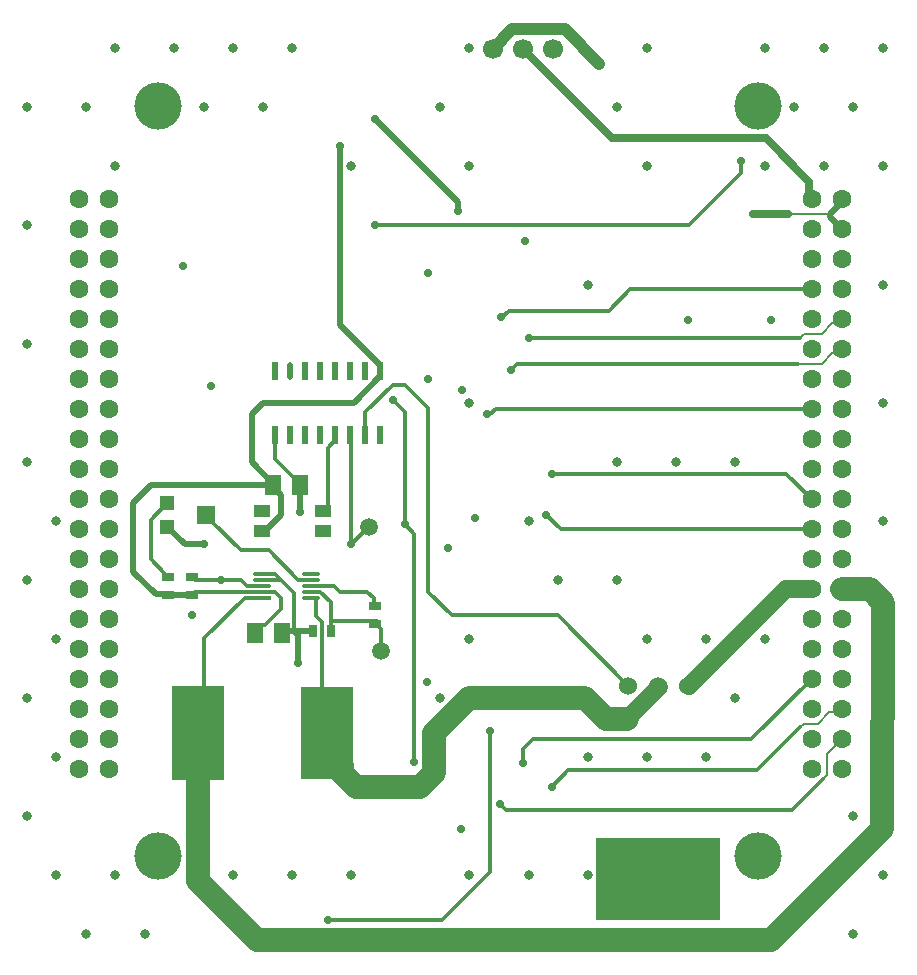
<source format=gbr>
%TF.GenerationSoftware,Altium Limited,Altium Designer,23.3.1 (30)*%
G04 Layer_Physical_Order=4*
G04 Layer_Color=16711680*
%FSLAX45Y45*%
%MOMM*%
%TF.SameCoordinates,CA382BF2-D798-45FE-BEC5-AB2A3CF063FF*%
%TF.FilePolarity,Positive*%
%TF.FileFunction,Copper,L4,Bot,Signal*%
%TF.Part,Single*%
G01*
G75*
%TA.AperFunction,SMDPad,CuDef*%
%ADD10R,0.80000X1.00000*%
%ADD12R,1.00000X0.80000*%
%ADD13R,1.40000X1.70000*%
%TA.AperFunction,Conductor*%
%ADD19C,0.30000*%
%ADD20C,0.50000*%
%ADD21C,0.70000*%
%ADD22C,1.00000*%
%TA.AperFunction,ComponentPad*%
%ADD23C,1.70000*%
%ADD24C,1.52400*%
%TA.AperFunction,ViaPad*%
%ADD26C,4.00000*%
%ADD27C,0.70000*%
%ADD28C,0.80000*%
%TA.AperFunction,SMDPad,CuDef*%
%ADD29C,1.50000*%
%ADD30R,1.45000X1.00000*%
%ADD31R,4.50100X7.90000*%
%ADD32R,4.50000X8.05180*%
%ADD33R,10.49020X7.01040*%
%ADD34R,0.53340X1.49860*%
%ADD35O,0.53340X1.49860*%
G04:AMPARAMS|DCode=36|XSize=1.5565mm|YSize=0.35mm|CornerRadius=0.175mm|HoleSize=0mm|Usage=FLASHONLY|Rotation=0.000|XOffset=0mm|YOffset=0mm|HoleType=Round|Shape=RoundedRectangle|*
%AMROUNDEDRECTD36*
21,1,1.55650,0.00000,0,0,0.0*
21,1,1.20651,0.35000,0,0,0.0*
1,1,0.35000,0.60326,0.00000*
1,1,0.35000,-0.60326,0.00000*
1,1,0.35000,-0.60326,0.00000*
1,1,0.35000,0.60326,0.00000*
%
%ADD36ROUNDEDRECTD36*%
%ADD37R,1.55650X0.35000*%
%ADD38R,1.20000X1.20000*%
%ADD39R,1.50000X1.60000*%
%TA.AperFunction,Conductor*%
%ADD40C,2.00000*%
%ADD41C,1.50000*%
%ADD42C,0.20000*%
%TA.AperFunction,ComponentPad*%
%ADD43C,1.60020*%
D10*
X8574325Y5564874D02*
D03*
X8424325D02*
D03*
D12*
X7200000Y5875000D02*
D03*
Y6025000D02*
D03*
X8950000Y5625000D02*
D03*
Y5775000D02*
D03*
X7400000Y5875000D02*
D03*
Y6025000D02*
D03*
D13*
X7935700Y5550000D02*
D03*
X8164300D02*
D03*
X8085700Y6800000D02*
D03*
X8314300D02*
D03*
D19*
X8264300Y5564300D02*
Y5885700D01*
X9282000Y4457930D02*
Y6391355D01*
X9203354Y6470000D02*
X9282000Y6391355D01*
X9203354Y6470000D02*
Y7420000D01*
X10400000Y6550000D02*
X10521374Y6428626D01*
X12644626D01*
X12188041Y4388041D02*
X12550000Y4750000D01*
X10588041Y4388041D02*
X12188041D01*
X10450000Y4250000D02*
X10588041Y4388041D01*
X8450000Y5695826D02*
X8500819Y5645008D01*
Y4744011D02*
Y5645008D01*
Y4744011D02*
X8544830Y4700000D01*
X7816765Y6000000D02*
X7866765Y5950000D01*
X7650000Y6000000D02*
X7816765D01*
X7866765Y5950000D02*
X7989914D01*
X11607298Y9000000D02*
X12050000Y9442702D01*
X8950000Y9000000D02*
X11607298D01*
X12050000Y9442702D02*
Y9550000D01*
X9520000Y3120000D02*
X9924231Y3524231D01*
Y4723515D01*
X10007231Y4100000D02*
X10010824D01*
X8885771Y5900000D02*
X8939067Y5846704D01*
X8599908Y5950092D02*
X8650000Y5900000D01*
X8885771D01*
X8410178Y5950092D02*
X8599908D01*
X8939067Y5785933D02*
Y5846704D01*
Y5785933D02*
X8950000Y5775000D01*
X8574325Y5650000D02*
X8965440D01*
X8960000Y5625000D02*
X9000000Y5585000D01*
X8950000Y5625000D02*
X8960000D01*
X9000000Y5400000D02*
Y5585000D01*
X8750000Y6300000D02*
X8900000Y6450000D01*
X7935700Y5565000D02*
X7990700Y5620000D01*
X7935700Y5550012D02*
Y5565000D01*
X7990700Y5620000D02*
X8020688D01*
X8150000Y5749312D02*
Y5850000D01*
X8020688Y5620000D02*
X8150000Y5749312D01*
X8105500Y7023800D02*
X8314300Y6815000D01*
X8105500Y7023800D02*
Y7229490D01*
X8507500Y6585000D02*
X8515000D01*
X8550000Y6620000D01*
Y7117730D01*
X8613500Y7181230D01*
Y7229490D01*
X8594830Y4400000D02*
Y4505170D01*
X9100000Y7650000D02*
X9200000D01*
X8867500Y7417500D02*
X9100000Y7650000D01*
X9200000D02*
X9399064Y7450936D01*
Y5900936D02*
X9600000Y5700000D01*
X9399064Y5900936D02*
Y7450936D01*
X9600000Y5700000D02*
X10496000D01*
X11096000Y5100000D01*
X10200000Y4564000D02*
X10286000Y4650000D01*
X12136000D01*
X12646000Y5160000D01*
X10200000Y4450000D02*
Y4564000D01*
X8867500Y7229490D02*
Y7417500D01*
X8745250Y6304750D02*
Y7224740D01*
Y6304750D02*
X8750000Y6300000D01*
X8740500Y7229490D02*
X8745250Y7224740D01*
X7425000Y6000000D02*
X7650000D01*
X8314300Y6800000D02*
Y6815000D01*
X8574325Y5564874D02*
Y5650000D01*
Y5810009D01*
X7515000Y6545000D02*
X7575000Y6485000D01*
X7815000Y6250000D02*
X8050000D01*
X7515000Y6545000D02*
Y6550000D01*
X7575000Y6485000D02*
X7580000D01*
X7815000Y6250000D01*
X8050000D02*
X8300000Y6000000D01*
X8410086D01*
X8150000D02*
X8264300Y5885700D01*
X7989914Y6050000D02*
X8100000D01*
X8150000Y6000000D01*
X7989914D02*
X8150000D01*
X7400000Y6025000D02*
X7425000Y6000000D01*
X7050000Y6510000D02*
X7190000Y6650000D01*
X7050000Y6175000D02*
Y6510000D01*
Y6175000D02*
X7165000Y6060000D01*
X7190000Y6025000D02*
X7200000D01*
X7165000Y6050000D02*
X7190000Y6025000D01*
X7165000Y6050000D02*
Y6060000D01*
X7424043Y5899043D02*
X7988958D01*
X7505170Y4400000D02*
Y5505170D01*
X8553354Y3120000D02*
X9520000D01*
X10010824Y4100000D02*
X10060824Y4050000D01*
X12479033D01*
X8100000Y5900000D02*
X8150000Y5850000D01*
X7989914Y5900000D02*
X8100000D01*
X8410086Y5850000D02*
X8447690D01*
X8450000Y5847690D01*
Y5695826D02*
Y5847690D01*
X8485290Y5899043D02*
X8574325Y5810009D01*
X8411043Y5899043D02*
X8485290D01*
X8410086Y5900000D02*
X8411043Y5899043D01*
X7850000Y5850000D02*
X7989914D01*
X7505170Y5505170D02*
X7850000Y5850000D01*
X10100000Y7777000D02*
X10152793Y7829793D01*
X12529793D01*
X9785519Y6516770D02*
X9793172Y6524424D01*
X12479033Y4050000D02*
X12739517Y4310483D01*
X10029383Y8222704D02*
X10084101Y8277422D01*
X10927422D01*
X11112000Y8462000D01*
X10018027Y8222704D02*
X10029383D01*
X11112000Y8462000D02*
X12646000D01*
X10250000Y8050000D02*
X12550000D01*
X10450000Y6900000D02*
X12430000D01*
X9926248Y7400000D02*
X9972248Y7446000D01*
X9900000Y7400000D02*
X9926248D01*
X9972248Y7446000D02*
X12646000D01*
X12430000Y6900000D02*
X12646000Y6684000D01*
X9103354Y7520000D02*
X9203354Y7420000D01*
D20*
X8298610Y5294986D02*
Y5529990D01*
X8264300Y5564300D02*
X8298610Y5529990D01*
X8269012Y5564874D02*
X8269012D01*
X8264874Y5564874D02*
X8424325D01*
X8264300Y5564300D02*
X8264874Y5564874D01*
X8651658Y9673157D02*
X8651849Y9673348D01*
X8651658Y8161612D02*
Y9673157D01*
Y8161612D02*
X8994500Y7818770D01*
X8178600Y5564300D02*
X8264300D01*
X7093620Y5876556D02*
X7198444D01*
X6900000Y6070176D02*
X7093620Y5876556D01*
X6900000Y6070176D02*
Y6650000D01*
X8313226Y6571239D02*
Y6798926D01*
X8314300Y6800000D01*
X8312151Y6570164D02*
X8313226Y6571239D01*
X7190000Y6450000D02*
X7340000Y6300000D01*
X7500000D01*
X7904582Y7404582D02*
X8000000Y7500000D01*
X7904582Y6996118D02*
X8085700Y6815000D01*
X7904582Y6996118D02*
Y7404582D01*
X8994500Y7770510D02*
Y7818770D01*
X9653354Y9120000D02*
Y9196646D01*
X8950000Y9900000D02*
X9653354Y9196646D01*
X8994500Y7722250D02*
Y7770510D01*
X8772250Y7500000D02*
X8994500Y7722250D01*
X8000000Y7500000D02*
X8772250D01*
X8085700Y6800000D02*
Y6815000D01*
Y6785000D02*
Y6800000D01*
X8150000Y6550000D02*
Y6720700D01*
X8085700Y6785000D02*
X8150000Y6720700D01*
X8015000Y6415000D02*
X8150000Y6550000D01*
X7992500Y6415000D02*
X8015000D01*
X7050000Y6800000D02*
X8085700D01*
X6900000Y6650000D02*
X7050000Y6800000D01*
X7200000Y5875000D02*
X7400000D01*
X8164300Y5550000D02*
X8178600Y5564300D01*
X12800000Y9070000D02*
Y9100000D01*
X12900000Y8970000D02*
Y8970000D01*
X12800000Y9070000D02*
X12900000Y8970000D01*
X12800000Y9100000D02*
X12900000Y9200000D01*
Y9224000D01*
D21*
X10199354Y10495000D02*
X10954754Y9739600D01*
X12260400D01*
X12628776Y9371224D01*
X12150000Y9100000D02*
X12450000D01*
X12628776Y9241224D02*
Y9371224D01*
Y9241224D02*
X12646000Y9224000D01*
D22*
X10556354Y10663000D02*
X10849354Y10370000D01*
X10113354Y10663000D02*
X10556354D01*
X9945354Y10495000D02*
X10113354Y10663000D01*
X12192000Y10007600D02*
X12216600Y9983000D01*
D23*
X10453354Y10495000D02*
D03*
X10199354D02*
D03*
X9945354D02*
D03*
D24*
X11096000Y5100000D02*
D03*
X11350000D02*
D03*
X11604000D02*
D03*
D26*
X7112000Y3657600D02*
D03*
Y10007600D02*
D03*
X12192000Y3657600D02*
D03*
Y10007600D02*
D03*
D27*
X8298610Y5294986D02*
D03*
X12300000Y8200000D02*
D03*
X11600000D02*
D03*
X7323594Y8653463D02*
D03*
X7559727Y7641662D02*
D03*
X9400000Y7700000D02*
D03*
Y8600000D02*
D03*
X7400000Y5700000D02*
D03*
X9282000Y4457930D02*
D03*
X9390785Y5134300D02*
D03*
X8651849Y9673348D02*
D03*
X8950000Y9000000D02*
D03*
X8312151Y6570164D02*
D03*
X8750000Y6300000D02*
D03*
X9567607Y6270891D02*
D03*
X12050000Y9550000D02*
D03*
X10849354Y10370000D02*
D03*
X10217654Y8870000D02*
D03*
X7500000Y6300000D02*
D03*
X9682494Y7605852D02*
D03*
X10007231Y4100000D02*
D03*
X9680893Y3886305D02*
D03*
X8950000Y9900000D02*
D03*
X7650000Y6000000D02*
D03*
X9924716Y4724000D02*
D03*
X9793172Y6524424D02*
D03*
X10200000Y4450000D02*
D03*
X12150000Y9100000D02*
D03*
X10018027Y8222704D02*
D03*
X10250000Y8050000D02*
D03*
X10100000Y7777000D02*
D03*
X10450000Y6900000D02*
D03*
Y4250000D02*
D03*
X9900000Y7400000D02*
D03*
X10400000Y6550000D02*
D03*
X9203354Y6470000D02*
D03*
X9103354Y7520000D02*
D03*
X8553354Y3120000D02*
D03*
X9653354Y9120000D02*
D03*
D28*
X13250000Y10500000D02*
D03*
X13000000Y10000000D02*
D03*
X13250000Y9500000D02*
D03*
Y8500000D02*
D03*
Y7500000D02*
D03*
Y6500000D02*
D03*
X13000000Y4000000D02*
D03*
X13250000Y3500000D02*
D03*
X13000000Y3000000D02*
D03*
X12750000Y10500000D02*
D03*
X12500000Y10000000D02*
D03*
X12750000Y9500000D02*
D03*
X12250000Y10500000D02*
D03*
Y9500000D02*
D03*
X12000000Y7000000D02*
D03*
X12250000Y5500000D02*
D03*
X12000000Y5000000D02*
D03*
X11500000Y7000000D02*
D03*
X11750000Y5500000D02*
D03*
Y4500000D02*
D03*
X11250000Y10500000D02*
D03*
X11000000Y10000000D02*
D03*
X11250000Y9500000D02*
D03*
X11000000Y7000000D02*
D03*
Y6000000D02*
D03*
X11250000Y5500000D02*
D03*
Y4500000D02*
D03*
X10750000Y8500000D02*
D03*
X10500000Y6000000D02*
D03*
X10750000Y4500000D02*
D03*
Y3500000D02*
D03*
X10250000Y6500000D02*
D03*
Y3500000D02*
D03*
X9750000Y10500000D02*
D03*
X9500000Y10000000D02*
D03*
X9750000Y9500000D02*
D03*
Y7500000D02*
D03*
Y5500000D02*
D03*
X9500000Y5000000D02*
D03*
X9750000Y3500000D02*
D03*
X8750000Y9500000D02*
D03*
Y3500000D02*
D03*
X8250000Y10500000D02*
D03*
X8000000Y10000000D02*
D03*
X8250000Y3500000D02*
D03*
X7750000Y10500000D02*
D03*
X7500000Y10000000D02*
D03*
X7750000Y3500000D02*
D03*
X7250000Y10500000D02*
D03*
X7000000Y3000000D02*
D03*
X6750000Y10500000D02*
D03*
X6500000Y10000000D02*
D03*
X6750000Y9500000D02*
D03*
Y3500000D02*
D03*
X6500000Y3000000D02*
D03*
X6000000Y10000000D02*
D03*
Y9000000D02*
D03*
Y8000000D02*
D03*
Y7000000D02*
D03*
X6250000Y6500000D02*
D03*
X6000000Y6000000D02*
D03*
X6250000Y5500000D02*
D03*
X6000000Y5000000D02*
D03*
X6250000Y4500000D02*
D03*
X6000000Y4000000D02*
D03*
X6250000Y3500000D02*
D03*
D29*
X9000000Y5400000D02*
D03*
X8900000Y6450000D02*
D03*
D30*
X8507500Y6415000D02*
D03*
Y6585000D02*
D03*
X7992500Y6415000D02*
D03*
Y6585000D02*
D03*
D31*
X8544830Y4700000D02*
D03*
D32*
X7455170D02*
D03*
D33*
X11350000Y3469320D02*
D03*
D34*
X8994500Y7770510D02*
D03*
X8867500D02*
D03*
X8740500D02*
D03*
X8613500D02*
D03*
X8486500D02*
D03*
X8359500D02*
D03*
X8105500D02*
D03*
Y7229490D02*
D03*
X8232500D02*
D03*
X8359500D02*
D03*
X8486500D02*
D03*
X8613500D02*
D03*
X8740500D02*
D03*
X8867500D02*
D03*
X8994500D02*
D03*
D35*
X8232500Y7770510D02*
D03*
D36*
X8410086Y5850000D02*
D03*
Y5900000D02*
D03*
Y5950000D02*
D03*
Y6000000D02*
D03*
Y6050000D02*
D03*
X7989914D02*
D03*
Y6000000D02*
D03*
Y5950000D02*
D03*
Y5900000D02*
D03*
D37*
Y5850000D02*
D03*
D38*
X7190000Y6450000D02*
D03*
Y6650000D02*
D03*
D39*
X7515000Y6550000D02*
D03*
D40*
X8594830Y4505170D02*
X8669880Y4430120D01*
X9450000Y4367157D02*
Y4700000D01*
X8787038Y4250000D02*
X9332842D01*
X8669880Y4367157D02*
Y4430120D01*
X9332842Y4250000D02*
X9450000Y4367157D01*
X8669880D02*
X8787038Y4250000D01*
X13254988Y5721194D02*
Y5804843D01*
X13137830Y5922000D02*
X13196410Y5863422D01*
X12900000Y5922000D02*
X13137830D01*
X13240230Y3890230D02*
X13254988Y5721194D01*
X13196410Y5863421D02*
X13254988Y5804843D01*
X12300773Y2950773D02*
X13240230Y3890230D01*
X7454090Y3445910D02*
X7949226Y2950773D01*
X7405170Y4400000D02*
X7454090Y4351080D01*
Y3445910D02*
Y4351080D01*
X7949226Y2950773D02*
X12300773D01*
X9750000Y5000000D02*
X10730827D01*
X10909347Y4821480D01*
X11082653D01*
X9450000Y4700000D02*
X9750000Y5000000D01*
D41*
X11082653Y4821480D02*
X11355587Y5094413D01*
X11604652Y5100003D02*
X11605849Y5101200D01*
X11605852D02*
X12426652Y5922000D01*
X12646000D01*
X11604652Y5100000D02*
Y5100003D01*
X11605849Y5101200D02*
X11605852D01*
D42*
X12529793Y7829793D02*
X12530990Y7830990D01*
X12450000Y9100000D02*
X12800000D01*
X12835320Y8181209D02*
X12873209D01*
X12825322Y8171211D02*
X12835320Y8181209D01*
X12584990Y8084990D02*
X12734990D01*
X12821211Y8171211D02*
X12825322D01*
X12734990Y8084990D02*
X12821211Y8171211D01*
X12827322Y7919211D02*
X12835320Y7927209D01*
X12730990Y7830990D02*
X12819211Y7919211D01*
X12530990Y7830990D02*
X12730990D01*
X12835320Y7927209D02*
X12873209D01*
X12819211Y7919211D02*
X12827322D01*
X12550000Y8050000D02*
X12584990Y8084990D01*
X12873209Y8181209D02*
X12900000Y8208000D01*
X12873209Y7927209D02*
X12900000Y7954000D01*
X12696952Y4782990D02*
X12793171Y4879209D01*
X12873209D02*
X12900000Y4906000D01*
X12793171Y4879209D02*
X12873209D01*
X12582990Y4782990D02*
X12696952D01*
X12550000Y4750000D02*
X12582990Y4782990D01*
X12776990Y4528990D02*
X12900000Y4652000D01*
X12776990Y4347957D02*
Y4528990D01*
X12739517Y4310483D02*
X12776990Y4347957D01*
D43*
X6700000Y4398000D02*
D03*
X6446000D02*
D03*
X6700000Y4652000D02*
D03*
X6446000D02*
D03*
X6700000Y4906000D02*
D03*
X6446000D02*
D03*
X6700000Y5160000D02*
D03*
X6446000D02*
D03*
X6700000Y5414000D02*
D03*
X6446000D02*
D03*
X6700000Y5668000D02*
D03*
X6446000D02*
D03*
X6700000Y5922000D02*
D03*
X6446000D02*
D03*
X6700000Y6176000D02*
D03*
X6446000D02*
D03*
X6700000Y6430000D02*
D03*
X6446000D02*
D03*
X6700000Y6684000D02*
D03*
X6446000D02*
D03*
X6700000Y6938000D02*
D03*
X6446000D02*
D03*
X6700000Y7192000D02*
D03*
X6446000D02*
D03*
X6700000Y7446000D02*
D03*
X6446000D02*
D03*
X6700000Y7700000D02*
D03*
X6446000D02*
D03*
X6700000Y7954000D02*
D03*
X6446000D02*
D03*
X6700000Y8208000D02*
D03*
X6446000D02*
D03*
X6700000Y8462000D02*
D03*
X6446000D02*
D03*
X6700000Y8716000D02*
D03*
X6446000D02*
D03*
X6700000Y8970000D02*
D03*
X6446000D02*
D03*
X6700000Y9224000D02*
D03*
X6446000D02*
D03*
X12900000Y4398000D02*
D03*
X12646000D02*
D03*
X12900000Y4652000D02*
D03*
X12646000D02*
D03*
X12900000Y4906000D02*
D03*
X12646000D02*
D03*
X12900000Y5160000D02*
D03*
X12646000D02*
D03*
X12900000Y5414000D02*
D03*
X12646000D02*
D03*
X12900000Y5668000D02*
D03*
X12646000D02*
D03*
X12900000Y5922000D02*
D03*
X12646000D02*
D03*
X12900000Y6176000D02*
D03*
X12646000D02*
D03*
X12900000Y6430000D02*
D03*
X12646000D02*
D03*
X12900000Y6684000D02*
D03*
X12646000D02*
D03*
X12900000Y6938000D02*
D03*
X12646000D02*
D03*
X12900000Y7192000D02*
D03*
X12646000D02*
D03*
X12900000Y7446000D02*
D03*
X12646000D02*
D03*
X12900000Y7700000D02*
D03*
X12646000D02*
D03*
X12900000Y7954000D02*
D03*
X12646000D02*
D03*
X12900000Y8208000D02*
D03*
X12646000D02*
D03*
X12900000Y8462000D02*
D03*
X12646000D02*
D03*
X12900000Y8716000D02*
D03*
X12646000D02*
D03*
X12900000Y8970000D02*
D03*
X12646000D02*
D03*
X12900000Y9224000D02*
D03*
X12646000D02*
D03*
%TF.MD5,2aea3c0b5d394f29e25d666ca1bc893a*%
M02*

</source>
